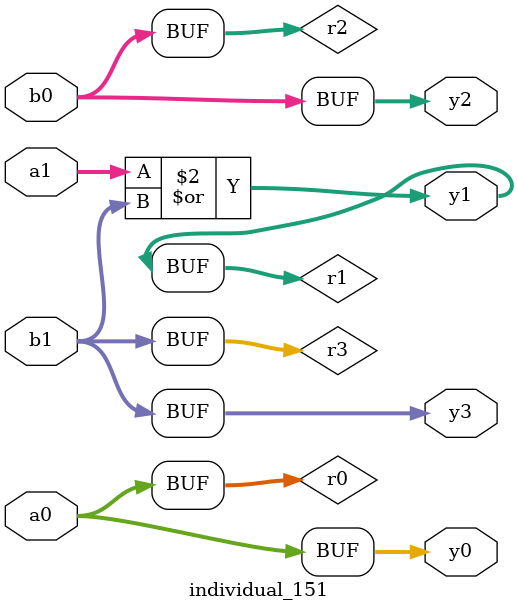
<source format=sv>
module individual_151(input logic [15:0] a1, input logic [15:0] a0, input logic [15:0] b1, input logic [15:0] b0, output logic [15:0] y3, output logic [15:0] y2, output logic [15:0] y1, output logic [15:0] y0);
logic [15:0] r0, r1, r2, r3; 
 always@(*) begin 
	 r0 = a0; r1 = a1; r2 = b0; r3 = b1; 
 	 r1  |=  b1 ;
 	 y3 = r3; y2 = r2; y1 = r1; y0 = r0; 
end
endmodule
</source>
